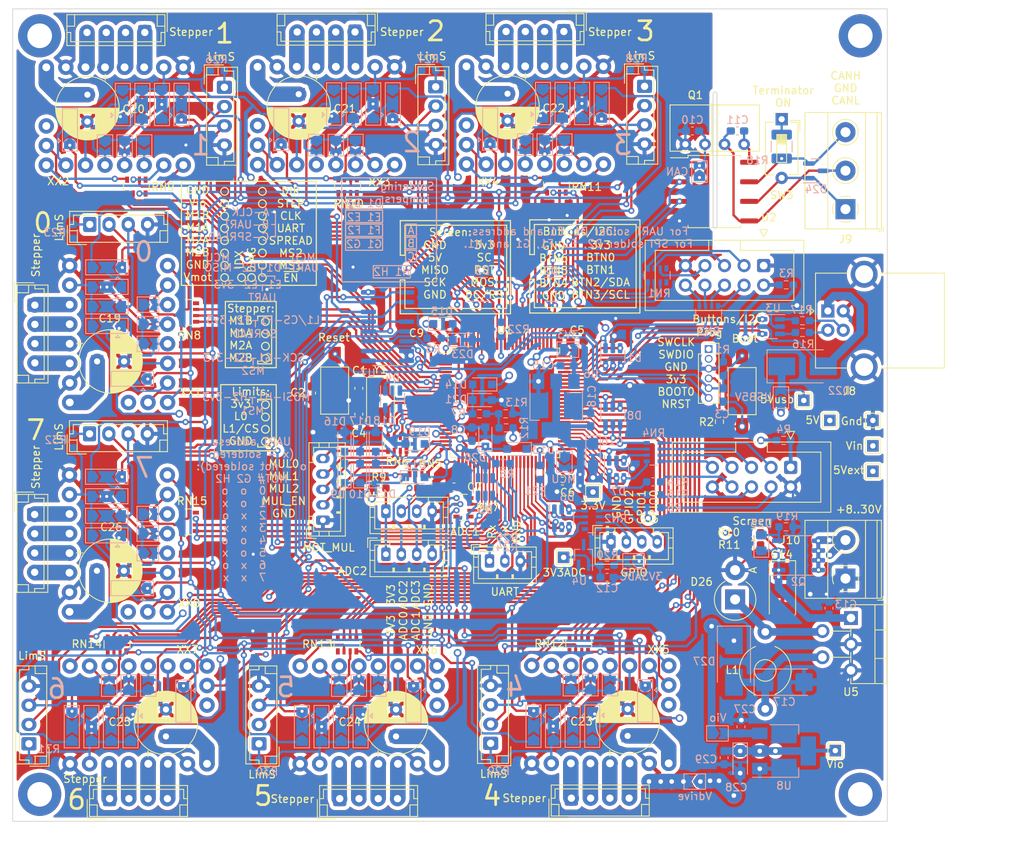
<source format=kicad_pcb>
(kicad_pcb (version 20211014) (generator pcbnew)

  (general
    (thickness 4.69)
  )

  (paper "A4")
  (layers
    (0 "F.Cu" signal)
    (1 "In1.Cu" power "Ground.Cu")
    (2 "In2.Cu" power "Power.Cu")
    (31 "B.Cu" signal)
    (32 "B.Adhes" user "B.Adhesive")
    (33 "F.Adhes" user "F.Adhesive")
    (34 "B.Paste" user)
    (35 "F.Paste" user)
    (36 "B.SilkS" user "B.Silkscreen")
    (37 "F.SilkS" user "F.Silkscreen")
    (38 "B.Mask" user)
    (39 "F.Mask" user)
    (40 "Dwgs.User" user "User.Drawings")
    (41 "Cmts.User" user "User.Comments")
    (42 "Eco1.User" user "User.Eco1")
    (43 "Eco2.User" user "User.Eco2")
    (44 "Edge.Cuts" user)
    (45 "Margin" user)
    (46 "B.CrtYd" user "B.Courtyard")
    (47 "F.CrtYd" user "F.Courtyard")
    (48 "B.Fab" user)
    (49 "F.Fab" user)
    (50 "User.1" user)
    (51 "User.2" user)
    (52 "User.3" user)
    (53 "User.4" user)
    (54 "User.5" user)
    (55 "User.6" user)
    (56 "User.7" user)
    (57 "User.8" user)
    (58 "User.9" user)
  )

  (setup
    (stackup
      (layer "F.SilkS" (type "Top Silk Screen"))
      (layer "F.Paste" (type "Top Solder Paste"))
      (layer "F.Mask" (type "Top Solder Mask") (thickness 0.01))
      (layer "F.Cu" (type "copper") (thickness 0.035))
      (layer "dielectric 1" (type "core") (thickness 1.51) (material "FR4") (epsilon_r 4.5) (loss_tangent 0.02))
      (layer "In1.Cu" (type "copper") (thickness 0.035))
      (layer "dielectric 2" (type "prepreg") (thickness 1.51) (material "FR4") (epsilon_r 4.5) (loss_tangent 0.02))
      (layer "In2.Cu" (type "copper") (thickness 0.035))
      (layer "dielectric 3" (type "core") (thickness 1.51) (material "FR4") (epsilon_r 4.5) (loss_tangent 0.02))
      (layer "B.Cu" (type "copper") (thickness 0.035))
      (layer "B.Mask" (type "Bottom Solder Mask") (thickness 0.01))
      (layer "B.Paste" (type "Bottom Solder Paste"))
      (layer "B.SilkS" (type "Bottom Silk Screen"))
      (copper_finish "None")
      (dielectric_constraints no)
    )
    (pad_to_mask_clearance 0)
    (pcbplotparams
      (layerselection 0x00010fc_ffffffff)
      (disableapertmacros false)
      (usegerberextensions false)
      (usegerberattributes true)
      (usegerberadvancedattributes true)
      (creategerberjobfile true)
      (svguseinch false)
      (svgprecision 6)
      (excludeedgelayer true)
      (plotframeref false)
      (viasonmask false)
      (mode 1)
      (useauxorigin false)
      (hpglpennumber 1)
      (hpglpenspeed 20)
      (hpglpendiameter 15.000000)
      (dxfpolygonmode true)
      (dxfimperialunits true)
      (dxfusepcbnewfont true)
      (psnegative false)
      (psa4output false)
      (plotreference true)
      (plotvalue true)
      (plotinvisibletext false)
      (sketchpadsonfab false)
      (subtractmaskfromsilk false)
      (outputformat 1)
      (mirror false)
      (drillshape 0)
      (scaleselection 1)
      (outputdirectory "gerbers/")
    )
  )

  (net 0 "")
  (net 1 "/MCU base/OSC_IN")
  (net 2 "GND")
  (net 3 "/MCU base/NRST")
  (net 4 "/MCU base/BOOT0")
  (net 5 "+3V3")
  (net 6 "/MCU base/OSC_OUT")
  (net 7 "/MCU base/BTN0")
  (net 8 "/MCU base/BTN1")
  (net 9 "/MCU base/BTN2_SDA")
  (net 10 "/MCU base/SWDIO")
  (net 11 "/MCU base/BTN3_SCL")
  (net 12 "/MCU base/SWCLK")
  (net 13 "M4_L0")
  (net 14 "M4_L1")
  (net 15 "/MCU base/BTN4")
  (net 16 "/MCU base/BTN5")
  (net 17 "/MCU base/BTN6")
  (net 18 "M3_L1")
  (net 19 "M3_L0")
  (net 20 "M2_L1")
  (net 21 "M2_L0")
  (net 22 "M1_L0")
  (net 23 "M1_L1")
  (net 24 "/MCU base/SCRN_DCRS")
  (net 25 "/MCU base/SCRN_SCK")
  (net 26 "/MCU base/SCRN_MISO")
  (net 27 "/MCU base/SCRN_MOSI")
  (net 28 "/MCU base/SCRN_RST")
  (net 29 "/MCU base/SCRN_CS")
  (net 30 "M6_L1")
  (net 31 "M6_L0")
  (net 32 "M5_L1")
  (net 33 "M5_L0")
  (net 34 "/MCU base/A0")
  (net 35 "/MCU base/A1")
  (net 36 "/MCU base/A2")
  (net 37 "/MCU base/A3")
  (net 38 "/MCU base/A4")
  (net 39 "/MCU base/A5")
  (net 40 "Net-(J1-Pad4)")
  (net 41 "Net-(J2-Pad2)")
  (net 42 "Net-(J2-Pad3)")
  (net 43 "Net-(J2-Pad4)")
  (net 44 "Net-(J2-Pad5)")
  (net 45 "Net-(J2-Pad6)")
  (net 46 "Net-(J2-Pad7)")
  (net 47 "Net-(J2-Pad8)")
  (net 48 "ADC2")
  (net 49 "ADC3")
  (net 50 "ADC4")
  (net 51 "ADC5")
  (net 52 "+5V")
  (net 53 "ADC0")
  (net 54 "Vdrive")
  (net 55 "ADC1")
  (net 56 "unconnected-(RN1-Pad4)")
  (net 57 "unconnected-(RN1-Pad5)")
  (net 58 "MUL0")
  (net 59 "MUL1")
  (net 60 "MUL2")
  (net 61 "MUL_EN")
  (net 62 "M1_EN")
  (net 63 "M1_DIR")
  (net 64 "M1_STEP")
  (net 65 "+3.3VADC")
  (net 66 "TMC_SCK")
  (net 67 "TMC_MISO")
  (net 68 "TMC_MOSI")
  (net 69 "USART3_TX")
  (net 70 "M6_STEP")
  (net 71 "M6_DIR")
  (net 72 "M6_EN")
  (net 73 "M5_STEP")
  (net 74 "M5_DIR")
  (net 75 "M5_EN")
  (net 76 "USB_DM")
  (net 77 "USB_DP")
  (net 78 "M4_STEP")
  (net 79 "M4_EN")
  (net 80 "M4_DIR")
  (net 81 "CAN_RX")
  (net 82 "CAN_TX")
  (net 83 "USART2_TX")
  (net 84 "M3_DIR")
  (net 85 "M3_STEP")
  (net 86 "M3_EN")
  (net 87 "M2_STEP")
  (net 88 "M2_DIR")
  (net 89 "M2_EN")
  (net 90 "Net-(J2-Pad10)")
  (net 91 "Net-(C10-Pad1)")
  (net 92 "/MCU base/MOT_MUL0")
  (net 93 "/MCU base/MOT_MUL1")
  (net 94 "/MCU base/MOT_MUL2")
  (net 95 "/MCU base/MOT_MUL_EN")
  (net 96 "Net-(J6-Pad2)")
  (net 97 "Net-(J6-Pad3)")
  (net 98 "Net-(J6-Pad4)")
  (net 99 "Net-(J6-Pad5)")
  (net 100 "Net-(C11-Pad1)")
  (net 101 "Earth")
  (net 102 "Net-(C15-Pad1)")
  (net 103 "Net-(C17-Pad1)")
  (net 104 "Net-(D22-Pad1)")
  (net 105 "/VB")
  (net 106 "Net-(J3-Pad8)")
  (net 107 "/MCU base/OUT1")
  (net 108 "/MCU base/OUT0")
  (net 109 "/MCU base/OUT2")
  (net 110 "Net-(J7-Pad2)")
  (net 111 "Net-(J7-Pad3)")
  (net 112 "unconnected-(RN2-Pad4)")
  (net 113 "unconnected-(RN2-Pad5)")
  (net 114 "Net-(J7-Pad4)")
  (net 115 "/CANL")
  (net 116 "/CANH")
  (net 117 "Net-(D25-Pad2)")
  (net 118 "Net-(D26-Pad1)")
  (net 119 "Net-(J3-Pad1)")
  (net 120 "Net-(J3-Pad3)")
  (net 121 "Net-(J3-Pad4)")
  (net 122 "Net-(J3-Pad5)")
  (net 123 "Net-(J3-Pad6)")
  (net 124 "Net-(J3-Pad7)")
  (net 125 "Net-(J3-Pad9)")
  (net 126 "Net-(J4-Pad1)")
  (net 127 "Net-(J8-Pad2)")
  (net 128 "Net-(J8-Pad3)")
  (net 129 "Net-(J10-Pad2)")
  (net 130 "Net-(JP4-Pad2)")
  (net 131 "/Motors/Vm")
  (net 132 "/Motors/USART0-3")
  (net 133 "/Motors/MOSI")
  (net 134 "Net-(JP8-Pad1)")
  (net 135 "/Motors/SCK")
  (net 136 "Net-(JP13-Pad1)")
  (net 137 "/Motors/MISO")
  (net 138 "unconnected-(RN8-Pad8)")
  (net 139 "unconnected-(RN8-Pad1)")
  (net 140 "Net-(R16-Pad2)")
  (net 141 "Net-(R17-Pad2)")
  (net 142 "Net-(R18-Pad1)")
  (net 143 "/Motors/USART4-7")
  (net 144 "/Motors/DIAG4")
  (net 145 "/Motors/DIAG6")
  (net 146 "/Motors/DIAG7")
  (net 147 "/Motors/DIAG5")
  (net 148 "/Motors/DIAG3")
  (net 149 "/Motors/DIAG0")
  (net 150 "/Motors/DIAG1")
  (net 151 "/Motors/DIAG2")
  (net 152 "unconnected-(XX1-Pad18)")
  (net 153 "/Motors/stepper_M1/U")
  (net 154 "Net-(J11-Pad1)")
  (net 155 "/Motors/stepper_M1/~{ENx}")
  (net 156 "/Motors/stepper_M1/STEPx")
  (net 157 "/Motors/stepper_M1/DIRx")
  (net 158 "/MCU base/USART1_RX")
  (net 159 "/Motors/stepper_M1/MS1")
  (net 160 "/Motors/stepper_M1/MS2")
  (net 161 "/Motors/stepper_M1/SPR")
  (net 162 "/Motors/stepper_M1/CLK")
  (net 163 "/MCU base/USART1_TX")
  (net 164 "Net-(J13-Pad2)")
  (net 165 "Net-(J13-Pad1)")
  (net 166 "M0_L1")
  (net 167 "M0_L0")
  (net 168 "Net-(J12-Pad4)")
  (net 169 "Net-(J12-Pad3)")
  (net 170 "Net-(J12-Pad2)")
  (net 171 "Net-(J12-Pad1)")
  (net 172 "M0_STEP")
  (net 173 "M0_DIR")
  (net 174 "M0_EN")
  (net 175 "M7_L0")
  (net 176 "M7_L1")
  (net 177 "M7_DIR")
  (net 178 "M7_EN")
  (net 179 "M7_STEP")
  (net 180 "MCU3v3")
  (net 181 "unconnected-(RN7-Pad5)")
  (net 182 "unconnected-(RN7-Pad4)")
  (net 183 "Net-(J14-Pad1)")
  (net 184 "Net-(J15-Pad1)")
  (net 185 "Net-(J15-Pad2)")
  (net 186 "Net-(J15-Pad3)")
  (net 187 "Net-(J15-Pad4)")
  (net 188 "Net-(JP16-Pad1)")
  (net 189 "/Motors/stepper_M2/U")
  (net 190 "/Motors/stepper_M2/MS1")
  (net 191 "/Motors/stepper_M2/MS2")
  (net 192 "/Motors/stepper_M2/SPR")
  (net 193 "Net-(JP21-Pad1)")
  (net 194 "/Motors/stepper_M2/CLK")
  (net 195 "/Motors/stepper_M2/DIRx")
  (net 196 "/Motors/stepper_M2/STEPx")
  (net 197 "/Motors/stepper_M2/~{ENx}")
  (net 198 "unconnected-(RN9-Pad1)")
  (net 199 "unconnected-(RN9-Pad8)")
  (net 200 "unconnected-(XX2-Pad18)")
  (net 201 "Net-(J16-Pad1)")
  (net 202 "Net-(J17-Pad1)")
  (net 203 "Net-(J17-Pad2)")
  (net 204 "Net-(J17-Pad3)")
  (net 205 "Net-(J17-Pad4)")
  (net 206 "Net-(JP24-Pad1)")
  (net 207 "/Motors/stepper_M3/U")
  (net 208 "/Motors/stepper_M3/MS1")
  (net 209 "/Motors/stepper_M3/MS2")
  (net 210 "/Motors/stepper_M3/SPR")
  (net 211 "Net-(JP29-Pad1)")
  (net 212 "/Motors/stepper_M3/CLK")
  (net 213 "unconnected-(RN10-Pad1)")
  (net 214 "/Motors/stepper_M3/DIRx")
  (net 215 "/Motors/stepper_M3/STEPx")
  (net 216 "/Motors/stepper_M3/~{ENx}")
  (net 217 "unconnected-(RN10-Pad8)")
  (net 218 "unconnected-(XX3-Pad18)")
  (net 219 "Net-(J18-Pad1)")
  (net 220 "Net-(J19-Pad1)")
  (net 221 "Net-(J19-Pad2)")
  (net 222 "Net-(J19-Pad3)")
  (net 223 "Net-(J19-Pad4)")
  (net 224 "Net-(JP32-Pad1)")
  (net 225 "/Motors/stepper_M4/U")
  (net 226 "/Motors/stepper_M4/MS1")
  (net 227 "/Motors/stepper_M4/MS2")
  (net 228 "/Motors/stepper_M4/SPR")
  (net 229 "Net-(JP37-Pad1)")
  (net 230 "/Motors/stepper_M4/CLK")
  (net 231 "unconnected-(RN11-Pad1)")
  (net 232 "/Motors/stepper_M4/DIRx")
  (net 233 "/Motors/stepper_M4/STEPx")
  (net 234 "/Motors/stepper_M4/~{ENx}")
  (net 235 "unconnected-(RN11-Pad8)")
  (net 236 "unconnected-(XX4-Pad18)")
  (net 237 "Net-(J20-Pad1)")
  (net 238 "Net-(J21-Pad1)")
  (net 239 "Net-(J21-Pad2)")
  (net 240 "Net-(J21-Pad3)")
  (net 241 "Net-(J21-Pad4)")
  (net 242 "Net-(JP40-Pad1)")
  (net 243 "/Motors/stepper_M5/U")
  (net 244 "/Motors/stepper_M5/MS1")
  (net 245 "/Motors/stepper_M5/MS2")
  (net 246 "/Motors/stepper_M5/SPR")
  (net 247 "Net-(JP45-Pad1)")
  (net 248 "/Motors/stepper_M5/CLK")
  (net 249 "unconnected-(RN12-Pad1)")
  (net 250 "/Motors/stepper_M5/DIRx")
  (net 251 "/Motors/stepper_M5/STEPx")
  (net 252 "/Motors/stepper_M5/~{ENx}")
  (net 253 "unconnected-(RN12-Pad8)")
  (net 254 "unconnected-(XX5-Pad18)")
  (net 255 "Net-(J22-Pad1)")
  (net 256 "Net-(J23-Pad1)")
  (net 257 "Net-(J23-Pad2)")
  (net 258 "Net-(J23-Pad3)")
  (net 259 "Net-(J23-Pad4)")
  (net 260 "Net-(JP48-Pad1)")
  (net 261 "/Motors/stepper_M6/U")
  (net 262 "/Motors/stepper_M6/MS1")
  (net 263 "/Motors/stepper_M6/MS2")
  (net 264 "/Motors/stepper_M6/SPR")
  (net 265 "Net-(JP53-Pad1)")
  (net 266 "/Motors/stepper_M6/CLK")
  (net 267 "unconnected-(RN13-Pad1)")
  (net 268 "/Motors/stepper_M6/DIRx")
  (net 269 "/Motors/stepper_M6/STEPx")
  (net 270 "/Motors/stepper_M6/~{ENx}")
  (net 271 "unconnected-(RN13-Pad8)")
  (net 272 "unconnected-(XX6-Pad18)")
  (net 273 "Net-(J24-Pad1)")
  (net 274 "Net-(J25-Pad1)")
  (net 275 "Net-(J25-Pad2)")
  (net 276 "Net-(J25-Pad3)")
  (net 277 "Net-(J25-Pad4)")
  (net 278 "Net-(JP56-Pad1)")
  (net 279 "/Motors/stepper_M7/U")
  (net 280 "/Motors/stepper_M7/MS1")
  (net 281 "/Motors/stepper_M7/MS2")
  (net 282 "/Motors/stepper_M7/SPR")
  (net 283 "Net-(JP61-Pad1)")
  (net 284 "/Motors/stepper_M7/CLK")
  (net 285 "unconnected-(RN14-Pad1)")
  (net 286 "/Motors/stepper_M7/DIRx")
  (net 287 "/Motors/stepper_M7/STEPx")
  (net 288 "/Motors/stepper_M7/~{ENx}")
  (net 289 "unconnected-(RN14-Pad8)")
  (net 290 "unconnected-(XX7-Pad18)")
  (net 291 "Net-(J26-Pad1)")
  (net 292 "Net-(J27-Pad1)")
  (net 293 "Net-(J27-Pad2)")
  (net 294 "Net-(J27-Pad3)")
  (net 295 "Net-(J27-Pad4)")
  (net 296 "Net-(JP64-Pad1)")
  (net 297 "/Motors/stepper_M8/U")
  (net 298 "/Motors/stepper_M8/MS1")
  (net 299 "/Motors/stepper_M8/MS2")
  (net 300 "/Motors/stepper_M8/SPR")
  (net 301 "Net-(JP69-Pad1)")
  (net 302 "/Motors/stepper_M8/CLK")
  (net 303 "unconnected-(RN15-Pad1)")
  (net 304 "/Motors/stepper_M8/DIRx")
  (net 305 "/Motors/stepper_M8/STEPx")
  (net 306 "/Motors/stepper_M8/~{ENx}")
  (net 307 "unconnected-(RN15-Pad8)")
  (net 308 "unconnected-(XX8-Pad18)")
  (net 309 "/MCU base/Diagn")
  (net 310 "DIAGNOST")
  (net 311 "Net-(C27-Pad1)")
  (net 312 "Vio")

  (footprint "Capacitor_SMD:C_0603_1608Metric_Pad1.08x0.95mm_HandSolder" (layer "F.Cu") (at 110.8975 79.502))

  (footprint "Connector_JST:JST_EH_B4B-EH-A_1x04_P2.50mm_Vertical" (layer "F.Cu") (at 99.921075 41.501827 180))

  (footprint "Connector_JST:JST_EH_B4B-EH-A_1x04_P2.50mm_Vertical" (layer "F.Cu") (at 58.374 76.974 -90))

  (footprint "Connector_JST:JST_PH_B5B-PH-K_1x05_P2.00mm_Vertical" (layer "F.Cu") (at 95.758 104.902 90))

  (footprint "Connector_IDC:IDC-Header_2x05_P2.54mm_Vertical" (layer "F.Cu") (at 152.9588 71.8407 -90))

  (footprint "Button_Switch_SMD:SW_SPST_FSMSM" (layer "F.Cu") (at 150.1648 88.138 -90))

  (footprint "Connector_JST:JST_EH_B4B-EH-A_1x04_P2.50mm_Vertical" (layer "F.Cu") (at 87.466 133.934 90))

  (footprint "TestPoint:TestPoint_THTPad_1.5x1.5mm_Drill0.7mm" (layer "F.Cu") (at 161.544 91.948))

  (footprint "MountingHole:MountingHole_3.2mm_M3_DIN965_Pad" (layer "F.Cu") (at 165.5 140.5))

  (footprint "Button_Switch_THT:SW_DIP_SPSTx01_Slide_6.7x4.1mm_W7.62mm_P2.54mm_LowProfile" (layer "F.Cu") (at 155.2956 52.832 -90))

  (footprint "Capacitor_THT:CP_Radial_D8.0mm_P3.50mm" (layer "F.Cu") (at 105.246 132.978 90))

  (footprint "Connector_JST:JST_PH_B4B-PH-K_1x04_P2.00mm_Vertical" (layer "F.Cu") (at 103.934 103.7336))

  (footprint "Connector_JST:JST_EH_B4B-EH-A_1x04_P2.50mm_Vertical" (layer "F.Cu") (at 65.5 66.5))

  (footprint "stepper:stepper_module" (layer "F.Cu") (at 131.75 130.124 -90))

  (footprint "Resistor_SMD:R_Array_Convex_4x0603" (layer "F.Cu") (at 126.07045 61.46 -90))

  (footprint "Connector_JST:JST_PH_B3B-PH-K_1x03_P2.00mm_Vertical" (layer "F.Cu") (at 117.38 110.194))

  (footprint "stepper:stepper_module" (layer "F.Cu") (at 69.222 107.9116 180))

  (footprint "stepper:stepper_module" (layer "F.Cu") (at 96.171075 52.377827 90))

  (footprint "Resistor_SMD:R_Array_Convex_4x0603" (layer "F.Cu") (at 113.9952 103.2256))

  (footprint "TerminalBlock_Phoenix:TerminalBlock_Phoenix_MKDS-1,5-2_1x02_P5.00mm_Horizontal" (layer "F.Cu") (at 163.576 112.482 90))

  (footprint "Connector_IDC:IDC-Header_2x05_P2.54mm_Vertical" (layer "F.Cu") (at 156.464 98.044 -90))

  (footprint "TestPoint:TestPoint_THTPad_1.5x1.5mm_Drill0.7mm" (layer "F.Cu") (at 167.132 91.948))

  (footprint "Connector_PinSocket_1.27mm:PinSocket_1x06_P1.27mm_Vertical" (layer "F.Cu") (at 145.821 82.677))

  (footprint "Connector_JST:JST_EH_B4B-EH-A_1x04_P2.50mm_Vertical" (layer "F.Cu") (at 57.604925 133.934 90))

  (footprint "Package_QFP:LQFP-100_14x14mm_P0.5mm" (layer "F.Cu") (at 119.38 89.662))

  (footprint "MountingHole:MountingHole_3.2mm_M3_DIN965_Pad" (layer "F.Cu") (at 59 42))

  (footprint "Capacitor_THT:CP_Radial_D8.0mm_P3.50mm" (layer "F.Cu")
    (tedit 5AE50EF0) (tstamp 54feca81-afb3-4fb5-84f6-1707a4e4bb1b)
    (at 135.306 132.918 90)
    (descr "CP, Radial series, Radial, pin pitch=3.50mm, , diameter=8mm, Electrolytic Capacitor")
    (tags "CP Radial series Radial pin pitch 3.50mm  diameter 8mm Electrolytic Capacitor")
    (property "Sheetfile" "stepper_M.kicad_sch")
    (property "Sheetname" "stepper_M5")
    (path "/cf2c4fa9-a57e-4812-ae0c-3db57f6071a5/f8c6e88c-0183-4d2e-a3ca-39251d1701fb/028c2f35-a9b0-4aaf-988c-ea6dbc478016")
    (attr through_hole)
    (fp_text reference "C23" (at 1.8796 -5.9944) (layer "F.SilkS")
      (effects (font (size 1 1) (thickness 0.15)))
      (tstamp 7b4a4239-8607-4022-a212-bb8c6f16fa63)
    )
    (fp_text value "100u 35V" (at 1.75 5.25 90) (layer "F.Fab")
      (effects (font (size 1 1) (thickness 0.15)))
      (tstamp 96bf238f-4f4f-4f68-869e-10ec7b2d590d)
    )
    (fp_text user "${REFERENCE}" (at 1.75 0 90) (layer "F.Fab")
      (effects (font (size 1 1) (thickness 0.15)))
      (tstamp 428b2f70-031d-4d8d-bc9a-f057fe618982)
    )
    (fp_line (start 4.591 -2.945) (end 4.591 2.945) (layer "F.SilkS") (width 0.12) (tstamp 0341b80b-a284-4b79-b869-1fbf37caf697))
    (fp_line (start 2.35 -4.037) (end 2.35 4.037) (layer "F.SilkS") (width 0.12) (tstamp 06b8dc57-b8af-459b-9742-9a75215ed786))
    (fp_line (start 3.311 1.04) (end 3.311 3.774) (layer "F.SilkS") (width 0.12) (tstamp 08853ffb-610d-4058-a7ed-810ede818c32))
    (fp_line (start 3.711 -3.584) (end 3.711 -1.04) (layer "F.SilkS") (width 0.12) (tstamp 0a250321-2a40-4ea7-803e-597c67b3a908))
    (fp_line (start 3.551 -3.666) (end 3.551 -1.04) (layer "F.SilkS") (width 0.12) (tstamp 0ad097ec-cb29-4fde-8e11-c565a582b3c9))
    (fp_line (start 4.031 -3.392) (end 4.031 -1.04) (layer "F.SilkS") (width 0.12) (tstamp 0ad5b517-6afc-415d-b906-428f1cf86026))
    (fp_line (start 4.951 -2.556) (end 4.951 2.556) (layer "F.SilkS") (width 0.12) (tstamp 0ae4c03c-d0d2-4d8f-9744-4df60c31fef5))
    (fp_line (start 4.911 -2.604) (end 4.911 2.604) (layer "F.SilkS") (width 0.12) (tstamp 0b0a1389-e9cc-4e13-858b-51c0e62f42e3))
    (fp_line (start 4.791 -2.741) (end 4.791 2.741) (layer "F.SilkS") (width 0.12) (tstamp 0c57afef-3ce8-418e-aac3-e825b76ffc1e))
    (fp_line (start 1.87 -4.079) (end 1.87 4.079) (layer "F.SilkS") (width 0.12) (tstamp 0cac4be0-30c2-47e4-b192-807c51d1cf49))
    (fp_line (start 2.951 -3.902) (end 2.951 -1.04) (layer "F.SilkS") (width 0.12) (tstamp 0dd74dfa-4fd9-4993-830c-59480cf6a753))
    (fp_line (start 3.911 -3.469) (end 3.911 -1.04) (layer "F.SilkS") (width 0.12) (tstamp 0ef6e8d3-9ed9-4b56-b264-998a28590b6f))
    (fp_line (start 2.631 1.04) (end 2.631 3.985) (layer "F.SilkS") (width 0.12) (tstamp 10999b64-b707-46b7-9b41-763568379b06))
    (fp_line (start 5.591 -1.453) (end 5.591 1.453) (layer "F.SilkS") (width 0.12) (tstamp 10b2a98d-30b4-429d-b80f-2c285c482bdd))
    (fp_line (start 2.671 -3.976) (end 2.671 -1.04) (layer "F.SilkS") (width 0.12) (tstamp 1305c615-7d4c-4f44-a133-84ebc1df12c2))
    (fp_line (start 3.271 1.04) (end 3.271 3.79) (layer "F.SilkS") (width 0.12) (tstamp 1413e654-9277-4964-8e83-d941607f55bf))
    (fp_line (start 5.551 -1.552) (end 5.551 1.552) (layer "F.SilkS") (width 0.12) (tstamp 197ada20-f457-44c8-a3c4-81e3e5875f93))
    (fp_line (start 3.431 -3.722) (end 3.431 -1.04) (layer "F.SilkS") (width 0.12) (tstamp 1df3702f-c8b6-43ba-9681-65236dc4109e))
    (fp_line (start 3.911 1.04) (end 3.911 3.469) (layer "F.SilkS") (width 0.12) (tstamp 1e2916ff-56ed-43e4-9e7e-718f720daa60))
    (fp_line (start 1.95 -4.076) (end 1.95 4.076) (layer "F.SilkS") (width 0.12) (tstamp 1e41e304-f6ba-4945-9082-66ba30de890f))
    (fp_line (start 4.231 -3.25) (end 4.231 -1.04) (layer "F.SilkS") (width 0.12) (tstamp 1f8c071c-97f9-45fe-aedc-df2c79346e19))
    (fp_line (start 1.99 -4.074) (end 1.99 4.074) (layer "F.SilkS") (width 0.12) (tstamp 203e5bfd-c3cd-407c-b2f9-f253788edebf))
    (fp_line (start 5.111 -2.345) (end 5.111 2.345) (layer "F.SilkS") (width 0.12) (tstamp 225c4338-3bdd-4019-8af7-67593b4f3cab))
    (fp_line (start 4.311 1.04) (end 4.311 3.189) (layer "F.SilkS") (width 0.12) (tstamp 241021d2-ff57-4cdc-8e8b-e5be3e9a8d1b))
    (fp_line (start 2.711 1.04) (end 2.711 3.967) (layer "F.SilkS") (width 0.12) (tstamp 264c10a4-a6c0-4174-b449-6ad9b4bd822d))
    (fp_line (start 4.151 1.04) (end 4.151 3.309) (layer "F.SilkS") (width 0.12) (tstamp 266f29d4-ee14-4f6d-b981-a3c14fc8d08d))
    (fp_line (start 2.23 -4.052) (end 2.23 4.052) (layer "F.SilkS") (width 0.12) (tstamp 27465d4f-5b09-4035-b26f-e4760c54c1c3))
    (fp_line (start 3.511 -3.686) (end 3.511 -1.04) (layer "F.SilkS") (width 0.12) (tstamp 2a3d1b52-a8cc-463e-a567-8b3d4a5c05c3))
    (fp_line (start 3.751 -3.562) (end 3.751 -1.04) (layer "F.SilkS") (width 0.12) (tstamp 2b79d754-b878-4233-8e46-eb70a38e5705))
    (fp_line (start 5.271 -2.102) (end 5.271 2.102) (layer "F.SilkS") (width 0.12) (tstamp 2ca92dc9-28e8-45e7-9f29-e9dc8fcc1509))
    (fp_line (start 2.511 1.04) (end 2.511 4.01) (layer "F.SilkS") (width 0.12) (tstamp 2e1b8a49-dc10-4561-8b08-3650368e47fc))
    (fp_line (start 3.951 1.04) (end 3.951 3.444) (layer "F.SilkS") (width 0.12) (tstamp 2e5a6886-aab0-42bd-b2a1-4ed8b064f6f5))
    (fp_line (start 2.751 1.04) (end 2.751 3.957) (layer "F.SilkS") (width 0.12) (tstamp 316e9e0a-bb75-4956-b428-af79c04f0516))
    (fp_line (start 4.111 1.04) (end 4.111 3.338) (layer "F.SilkS") (width 0.12) (tstamp 35a595ef-d1b3-4672-8f62-32da7c420585))
    (fp_line (start 4.871 -2.651) (end 4.871 2.651) (layer "F.SilkS") (width 0.12) (tstamp 399ec781-6aa1-487c-b215-97bc23893585))
    (fp_line (start 3.551 1.04) (end 3.551 3.666) (layer "F.SilkS") (width 0.12) (tstamp 3ab39475-f3a3-4eda-8850-3486bc3b9d2c))
    (fp_line (start 4.271 1.04) (end 4.271 3.22) (layer "F.SilkS") (width 0.12) (tstamp 3eb8aeed-c0b5-41d2-97ff-55b7250e8d23))
    (fp_line (start 4.231 1.04) (end 4.231 3.25) (layer "F.SilkS") (width 0.12) (tstamp 4027b944-0345-43ca-aaac-a9fdce2fc371))
    (fp_line (start 5.071 -2.4) (end 5.071 2.4) (layer "F.SilkS") (width 0.12) (tstamp 409da033-9f9f-472b-a209-43334eac9340))
    (fp_line (start 2.831 -3.936) (end 2.831 -1.04) (layer "F.SilkS") (width 0.12) (tstamp 433d0b95-19e6-4cdc-88b4-6e285766e3a7))
    (fp_line (start 2.871 1.04) (end 2.871 3.925) (layer "F.SilkS") (width 0.12) (tstamp 45ccb5af-97e5-4307-b56e-36f5d00216d3))
    (fp_line (start 3.391 -3.74) (end 3.391 -1.04) (layer "F.SilkS") (width 0.12) (tstamp 45f9c57a-a34a-48ff-8938-e33ba3df4af0))
    (fp_line (start 3.151 -3.835) (end 3.151 -1.04) (layer "F.SilkS") (width 0.12) (tstamp 46fd2fc3-88a1-47cd-a146-83ec2fde3a61))
    (fp_line (start 2.631 -3.985) (end 2.631 -1.04) (layer "F.SilkS") (width 0.12) (tstamp 472c3772-e9fa-48e1-9210-904d4b225f16))
    (fp_line (start 2.19 -4.057) (end 2.19 4.057) (layer "F.SilkS") (width 0.12) (tstamp 4752dbe3-1ffa-4c5a-9127-dc5683868965))
    (fp_line (start 4.471 -3.055) (end 4.471 -1.04) (layer "F.SilkS") (width 0.12) (tstamp 49865241-fbc0-403f-b837-7eff07416725))
    (fp_line (start 4.631 -2.907) (end 4.631 2.907) (layer "F.SilkS") (width 0.12) (tstamp 4a2c9307-bbe7-4224-adab-db6eb6be32fb))
    (fp_line (start 4.991 -2.505) (end 4.991 2.505) (layer "F.SilkS") (width 0.12) (tstamp 4a5f91fb-bf48-4494-ac7c-8a5ab6020a5a))
    (fp_line (start 4.271 -3.22) (end 4.271 -1.04) (layer "F.SilkS") (width 0.12) (tstamp 4ac261e1-b330-4409-b0d2-190aca8fd7a1))
    (fp_line (start 4.711 -2.826) (end 4.711 2.826) (layer "F.SilkS") (width 0.12) (tstamp 4b69bc64-dea5-47c7-9316-561689bee104))
    (fp_line (start 4.351 -3.156) (end 4.351 -1.04) (layer "F.SilkS") (width 0.12) (tstamp 4d37fe39-c913-45ac-b12f-c66948615f92))
    (fp_line (start 5.231 -2.166) (end 5.231 2.166) (layer "F.SilkS") (width 0.12) (tstamp 4ee85bf4-b8b2-4849-8d7d-d64f3470a3e2))
    (fp_line (start 3.031 1.04) (end 3.031 3.877) (layer "F.SilkS") (width 0.12) (tstamp 52062ff7-b4c3-4205-8989-879aaaa6141b))
    (fp_line (start 5.751 -0.948) (end 5.751 0.948) (layer "F.SilkS") (width 0.12) (tstamp 53a26c32-5b4d-44eb-bf7e-8158861dadd0))
    (fp_line (start 4.551 -2.983) (end 4.551 2.983) (layer "F.SilkS") (width 0.12) (tstamp 548acc5a-42fb-4465-89e4-ce8a24163211))
    (fp_line (start 3.471 1.04) (end 3.471 3.704) (layer "F.SilkS") (width 0.12) (tstamp 578331c5-06a5-4a4f-a834-5747fccdbb77))
    (fp_line (start 3.831 1.04) (end 3.831 3.517) (layer "F.SilkS") (width 0.12) (tstamp 582cac7f-c1ef-4196-bb7c-6bc5c2a0944b))
    (fp_line (start 5.191 -2.228) (end 5.191 2.228) (layer "F.SilkS") (width 0.12) (tstamp 5966f391-cbac-4620-b844-1e77d6d72069))
    (fp_line (start 3.831 -3.517) (end 3.831 -1.04) (layer "F.SilkS") (width 0.12) (tstamp 5bb7403a-9785-483c-af6b-b7efb4f327ca))
    (fp_line (start 3.071 -3.863) (end 3.071 -1.04) (layer "F.SilkS") (width 0.12) (tstamp 5f04c60f-9ff9-4623-8a21-cb65fd756236))
    (fp_line (start 3.631 1.04) (end 3.631 3.627) (layer "F.SilkS") (width 0.12) (tstamp 5f2dbf3d-0bf9-405f-9b04-d1ee0442926b))
    (fp_line (start 4.471 1.04) (end 4.471 3.055) (layer "F.SilkS") (width 0.12) (tstamp 601a2268-efe4-4913-ad9a-a0820bbed24a))
    (fp_line (start 3.111 -3.85) (end 3.111 -1.04) (layer "F.SilkS") (width 0.12) (tstamp 63bf72c0-127a-4adb-96ce-4f367955cca3))
    (fp_line (start 3.631 -3.627) (end 3.631 -1.04) (layer "F.SilkS") (width 0.12) (tstamp 6564a4db-1bd7-45fe-b1ef-62375dc55eed))
    (fp_line (start 2.11 -4.065) (end 2.11 4.065) (layer "F.SilkS") (width 0.12) (tstamp 66c151b9-8ba2-40f2-99d8-07cb914cbaad))
    (fp_line (start 3.991 1.04) (end 3.991 3.418) (layer "F.SilkS") (width 0.12) (tstamp 66d70877-edfa-40d5-aa53-f96b49620c9e))
    (fp_line (start 2.751 -3.957) (end 2.751 -1.04) (layer "F.SilkS") (width 0.12) (tstamp 67f1c5ee-da72-45db-a0f4-edaf966f130b))
    (fp_line (start 2.671 1.04) (end 2.671 3.976) (layer "F.SilkS") (width 0.12) (tstamp 693df919-21b9-4cde-817e-5b7c0570c336))
    (fp_line (start 3.231 -3.805) (end 3.231 -1.04) (layer "F.SilkS") (width 0.12) (tstamp 702d3d5f-581d-47c8-b396-355a4abdc013))
    (fp_line (start 5.391 -1.89) (end 5.391 1.89) (layer "F.SilkS") (width 0.12) (tstamp 703deedd-038f-4f68-9f17-1def15dbb952))
    (fp_line (start 2.551 1.04) (end 2.551 4.002) (layer "F.SilkS") (width 0.12) (tstamp 74791ec2-be3d-48ef-8000-a6d7642dc12a))
    (fp_line (start 5.631 -1.346) (end 5.631 1.346) (layer "F.SilkS") (width 0.12) (tstamp 7578422c-ceb4-40ef-b0ed-ae9706eac3df))
    (fp_line (start 5.791 -0.768) (end 5.791 0.768) (layer "F.SilkS") (width 0.12) (tstamp 76468d35-1d85-4a26-b524-81d29dc06b24))
    (fp_line (start 4.431 1.04) (end 4.431 3.09) (layer "F.SilkS") (width 0.12) (tstamp 766017d8-6f23-4be2-92ab-4730e0ad3f23))
    (fp_line (start 4.111 -3.338) (end 4.111 -1.04) (layer "F.SilkS") (width 0.12) (tstamp 796a3e86-0e60-4339-ac63-a4ff9035db77))
    (fp_line (start 2.991 1.04) (end 2.991 3.889) (layer "F.SilkS") (width 0.12) (tstamp 800c5714-fe15-4a0a-968d-e3fc9639336f))
    (fp_line (start 4.391 1.04) (end 4.391 3.124) (layer "F.SilkS") (width 0.12) (tstamp 80f70f18-4a1d-4241-a4ba-16111305ea21))
    (fp_line (start 2.39 -4.03) (end 2.39 4.03) (layer "F.SilkS") (width 0.12) (tstamp 82647ff3-2936-478c-86f9-5b137bd6d1f3))
    (fp_line (start 3.791 1.04) (end 3.791 3.54) (layer "F.SilkS") (width 0.12) (tstamp 83ed1520-5ab9-486e-9f9c-3d18344cd044))
    (fp_line (start 3.951 -3.444) (end 3.951 -1.04) (layer "F.SilkS") (width 0.12) (tstamp 861a69fa-c254-4549-a81b-389317604cf2))
    (fp_line (start 5.031 -2.454) (end 5.031 2.454) (layer "F.SilkS") (width 0.12) (tstamp 8783115d-a0b4-439d-b9a4-d006e07a1761))
    (fp_line (start 2.791 -3.947) (end 2.791 -1.04) (layer "F.SilkS") (width 0.12) (tstamp 95ed907d-756d-4367-a4e7-fa6adfdd47d2))
    (fp_line (start 5.831 -0.533) (end 5.831 0.533) (layer "F.SilkS") (width 0.12) (tstamp 998d9600-594c-471f-b742-2f51ff87a3a1))
    (fp_line (start 2.911 1.04) (end 2.911 3.914) (layer "F.SilkS") (width 0.12) (tstamp 9a6e9712-95d1-4f31-aca6-7521cb72dc05))
    (fp_line (start 5.431 -1.813) (end 5.431 1.813) (layer "F.SilkS") (width 0.12) (tstamp 9a965e51-5620-47a7-b93c-ccea05a036ba))
    (fp_line (start 2.27 -4.048) (end 2.27 4.048) (layer "F.SilkS") (width 0.12) (tstamp 9c49135f-0727-4cd4-a256-c27e92f565d4))
    (fp_line (start 3.191 1.04) (end 3.191 3.821) (layer "F.SilkS") (width 0.12) (tstamp 9e90eb8d-65a2-4b49-98c4-f41c6144360c))
    (fp_line (start 4.391 -3.124) (end 4.391 -1.04) (layer "F.SilkS") (width 0.12) (tstamp 9f3b23da-2682-4e69-b119-1e9056cd16c3))
    (fp_line (start 4.151 -3.309) (end 4.151 -1.04) (layer "F.SilkS") (width 0.12) (tstamp a1941f2f-0135-4105-81ea-0dd0567d086c))
    (fp_line (start 3.351 -3.757) (end 3.351 -1.04) (layer "F.SilkS") (width 0.12) (tstamp a477856a-a310-4453-930d-a59e6bd64bc0))
    (fp_line (start 4.831 -2.697) (end 4.831 2.697) (layer "F.SilkS") (width 0.12) (tstamp a56eb918-c276-4671-bf2c-ee0bc5aed81d))
    (fp_line (start 1.83 -4.08) (end 1.83 4.08) (layer "F.SilkS") (width 0.12) (tstamp a5ed7838-049f-4716-a356-e83336e66b38))
    (fp_line (start 2.951 1.04) (end 2.951 3.902) (layer "F.SilkS") (width 0.12) (tstamp a7bdd34d-234d-495b-9494-12f2b44891bf))
    (fp_line (start 3.151 1.04) (end 3.151 3.835) (layer "F.SilkS") (width 0.12) (tstamp a811bea3-a237-4746-988a-cb5e314c4ea1))
    (fp_line (start 5.711 -1.098) (end 5.711 1.098) (layer "F.SilkS") (width 0.12) (tstamp a825b39c-270b-49c6-94e1-04faa9d0314f))
    (fp_line (start 2.831 1.04) (end 2.831 3.936) (layer "F.SilkS") (width 0.12) (tstamp a8dc5aa6-a22c-44a9-a2ec-c32d38a8ce22))
    (fp_line (start 4.311 -3.189) (end 4.311 -1.04) (layer "F.SilkS") (width 0.12) (tstamp ac8c6b3d-523f-415d-97b0-9f7b68976b82))
    (fp_line (start 2.871 -3.925) (end 2.871 -1.04) (layer "F.SilkS") (width 0.12) (tstamp acb4b84b-9389-4f6e-a559-00e3c42e78c1))
    (fp_line (start 3.431 1.04) (end 3.431 3.722) (layer "F.SilkS") (width 0.12) (tstamp ace0f199-6149-4e98-910b-4eaf16ae5d03))
    (fp_line (start 2.471 1.04) (end 2.471 4.017) (layer "F.SilkS") (width 0.12) (tstamp ae4e66be-5516-45fb-a85d-d261e54316a9))
    (fp_line (start 2.471 -4.017) (end 2.471 -1.04) (layer "F.SilkS") (width 0.12) (tstamp b3207ad5-6f2c-43a6-886c-c4595cb9b7bc))
    (fp_line (start 4.431 -3.09) (end 4.431 -1.04) (layer "F.SilkS") (width 0.12) (tstamp b325a216-25b3-44d4-a043-a639e80458a3))
    (fp_line (start 5.351 -1.964) (end 5.351 1.964) (layer "F.SilkS") (width 0.12) (tstamp b377d8e4-8f3f-4b13-b673-a264545ab98b))
    (fp_line (start 3.471 -3.704) (end 3.471 -1.04) (layer "F.SilkS") (width 0.12) (tstamp b3842d14-121e-4f71-8dd4-f88af619833c))
    (fp_line (start 2.591 1.04) (end 2.591 3.994) (layer "F.SilkS") (width 0.12) (tstamp b398c1dc-8816-4c7f-8fee-f7469e5e8360))
    (fp_line (start 3.791 -3.54) (end 3.791 -1.04) (layer "F.SilkS") (width 0.12) (tstamp b42afb3d-6875-4308-b22b-c11e061bfb75))
    (fp_line (start 3.591 -3.647) (end 3.591 -1.04) (layer "F.SilkS") (width 0.12) (tstamp b7eff6c2-f746-4eef-b968-6547aac8f92c))
    (fp_line (start 3.591 1.04) (end 3.591 3.647) (layer "F.SilkS") (width 0.12) (tstamp b82dd67c-4d65-4144-bf35-cea44c065dc9))
    (fp_line (start 5.671 -1.229) (end 5.671 1.229) (layer "F.SilkS") (width 0.12) (tstamp b84c7e76-6b19-4065-917c-20e1eed96e09))
    (fp_line (start 3.351 1.04) (end 3.351 3.757) (layer "F.SilkS") (width 0.12) (tstamp b8a89a94-c603-44da-8092-184f7f408354))
    (fp_line (start 2.551 -4.002) (end 2.551 -1.04) (layer "F.SilkS") (width 0.12) (tstamp b915db1a-462e-4d5d-8ee8-1b1a825a97eb))
    (fp_line (start 3.071 1.04) (end 3.071 3.863) (layer "F.SilkS") (width 0.12) (tstamp b987fd01-c610-4139-8069-f9bcc56b7af6))
    (fp_line (start 3.671 -3.606) (end 3.671 -1.04) (layer "F.SilkS") (width 0.12) (tstamp bbe1cfa2-bba9-4627-83ae-1f5352f5304e))
    (fp_line (start 1.75 -4.08) (end 1.75 4.08) (layer "F.SilkS") (width 0.12) (tstamp bd48d8a9-9a83-445b-9a94-93d698964e4d))
    (fp_line (start 2.15 -4.061) (end 2.15 4.061) (layer "F.SilkS") (width 0.12) (tstamp bf5445e7-3120-44b8-8e34-7afe8f966c8a))
    (fp_line (start 2.591 -3.994) (end 2.591 -1.04) (layer "F.SilkS") (width 0.12) (tstamp c17343c6-29d4-4cf3-842e-b9c6ac6a1260))
    (fp_line (start 3.1
... [8719546 chars truncated]
</source>
